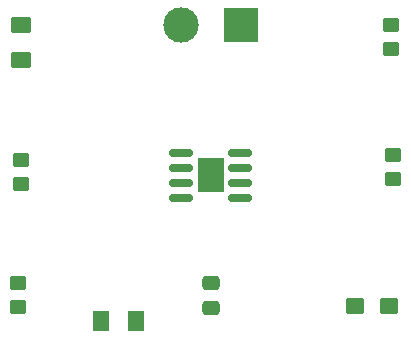
<source format=gbr>
%TF.GenerationSoftware,KiCad,Pcbnew,(6.0.10)*%
%TF.CreationDate,2023-02-16T14:18:03-08:00*%
%TF.ProjectId,lab4e2,6c616234-6532-42e6-9b69-6361645f7063,rev?*%
%TF.SameCoordinates,Original*%
%TF.FileFunction,Soldermask,Top*%
%TF.FilePolarity,Negative*%
%FSLAX46Y46*%
G04 Gerber Fmt 4.6, Leading zero omitted, Abs format (unit mm)*
G04 Created by KiCad (PCBNEW (6.0.10)) date 2023-02-16 14:18:03*
%MOMM*%
%LPD*%
G01*
G04 APERTURE LIST*
G04 Aperture macros list*
%AMRoundRect*
0 Rectangle with rounded corners*
0 $1 Rounding radius*
0 $2 $3 $4 $5 $6 $7 $8 $9 X,Y pos of 4 corners*
0 Add a 4 corners polygon primitive as box body*
4,1,4,$2,$3,$4,$5,$6,$7,$8,$9,$2,$3,0*
0 Add four circle primitives for the rounded corners*
1,1,$1+$1,$2,$3*
1,1,$1+$1,$4,$5*
1,1,$1+$1,$6,$7*
1,1,$1+$1,$8,$9*
0 Add four rect primitives between the rounded corners*
20,1,$1+$1,$2,$3,$4,$5,0*
20,1,$1+$1,$4,$5,$6,$7,0*
20,1,$1+$1,$6,$7,$8,$9,0*
20,1,$1+$1,$8,$9,$2,$3,0*%
G04 Aperture macros list end*
%ADD10RoundRect,0.250000X-0.450000X0.350000X-0.450000X-0.350000X0.450000X-0.350000X0.450000X0.350000X0*%
%ADD11R,3.000000X3.000000*%
%ADD12C,3.000000*%
%ADD13RoundRect,0.250000X0.537500X0.425000X-0.537500X0.425000X-0.537500X-0.425000X0.537500X-0.425000X0*%
%ADD14RoundRect,0.250000X0.450000X-0.350000X0.450000X0.350000X-0.450000X0.350000X-0.450000X-0.350000X0*%
%ADD15RoundRect,0.250001X0.462499X0.624999X-0.462499X0.624999X-0.462499X-0.624999X0.462499X-0.624999X0*%
%ADD16RoundRect,0.250001X0.624999X-0.462499X0.624999X0.462499X-0.624999X0.462499X-0.624999X-0.462499X0*%
%ADD17RoundRect,0.150000X-0.825000X-0.150000X0.825000X-0.150000X0.825000X0.150000X-0.825000X0.150000X0*%
%ADD18R,2.290000X3.000000*%
%ADD19RoundRect,0.250000X-0.475000X0.337500X-0.475000X-0.337500X0.475000X-0.337500X0.475000X0.337500X0*%
G04 APERTURE END LIST*
D10*
%TO.C,R2*%
X165320000Y-102444128D03*
X165320000Y-104444128D03*
%TD*%
D11*
%TO.C,J1*%
X152400000Y-91440000D03*
D12*
X147320000Y-91440000D03*
%TD*%
D13*
%TO.C,C1*%
X164980000Y-115235000D03*
X162105000Y-115235000D03*
%TD*%
D14*
%TO.C,R3*%
X133810000Y-104873372D03*
X133810000Y-102873372D03*
%TD*%
D10*
%TO.C,R1*%
X165100000Y-91440000D03*
X165100000Y-93440000D03*
%TD*%
D15*
%TO.C,D2*%
X143580000Y-116440000D03*
X140605000Y-116440000D03*
%TD*%
D10*
%TO.C,R4*%
X133560000Y-113268808D03*
X133560000Y-115268808D03*
%TD*%
D16*
%TO.C,D1*%
X133820000Y-94405000D03*
X133820000Y-91430000D03*
%TD*%
D17*
%TO.C,U1*%
X147385000Y-102235000D03*
X147385000Y-103505000D03*
X147385000Y-104775000D03*
X147385000Y-106045000D03*
X152335000Y-106045000D03*
X152335000Y-104775000D03*
X152335000Y-103505000D03*
X152335000Y-102235000D03*
D18*
X149860000Y-104140000D03*
%TD*%
D19*
%TO.C,C2*%
X149900000Y-113262500D03*
X149900000Y-115337500D03*
%TD*%
M02*

</source>
